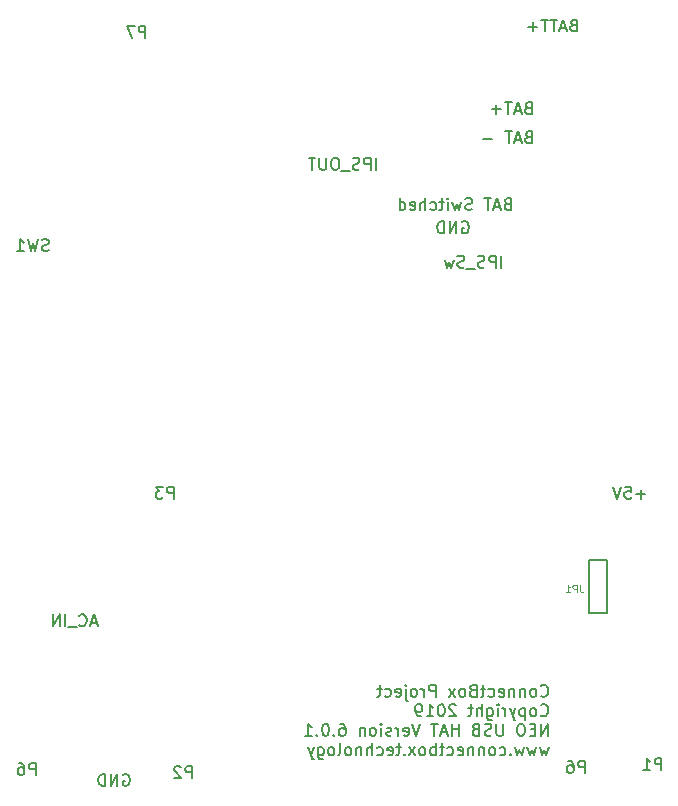
<source format=gbr>
G04 #@! TF.GenerationSoftware,KiCad,Pcbnew,(6.0.0-rc1-dev-1413-ga48e89956)*
G04 #@! TF.CreationDate,2019-10-25T11:37:15-06:00
G04 #@! TF.ProjectId,HAT_ver_6.0,4841545f-7665-4725-9f36-2e302e6b6963,5.1.1*
G04 #@! TF.SameCoordinates,Original*
G04 #@! TF.FileFunction,Legend,Bot*
G04 #@! TF.FilePolarity,Positive*
%FSLAX46Y46*%
G04 Gerber Fmt 4.6, Leading zero omitted, Abs format (unit mm)*
G04 Created by KiCad (PCBNEW (6.0.0-rc1-dev-1413-ga48e89956)) date Friday, October 25, 2019 at 11:37:15 AM*
%MOMM*%
%LPD*%
G04 APERTURE LIST*
%ADD10C,0.150000*%
%ADD11C,0.100000*%
G04 APERTURE END LIST*
D10*
X132132295Y-129763780D02*
X132132295Y-128763780D01*
X131751342Y-128763780D01*
X131656104Y-128811400D01*
X131608485Y-128859019D01*
X131560866Y-128954257D01*
X131560866Y-129097114D01*
X131608485Y-129192352D01*
X131656104Y-129239971D01*
X131751342Y-129287590D01*
X132132295Y-129287590D01*
X130703723Y-128763780D02*
X130894200Y-128763780D01*
X130989438Y-128811400D01*
X131037057Y-128859019D01*
X131132295Y-129001876D01*
X131179914Y-129192352D01*
X131179914Y-129573304D01*
X131132295Y-129668542D01*
X131084676Y-129716161D01*
X130989438Y-129763780D01*
X130798961Y-129763780D01*
X130703723Y-129716161D01*
X130656104Y-129668542D01*
X130608485Y-129573304D01*
X130608485Y-129335209D01*
X130656104Y-129239971D01*
X130703723Y-129192352D01*
X130798961Y-129144733D01*
X130989438Y-129144733D01*
X131084676Y-129192352D01*
X131132295Y-129239971D01*
X131179914Y-129335209D01*
X171571942Y-86812380D02*
X171571942Y-85812380D01*
X171095752Y-86812380D02*
X171095752Y-85812380D01*
X170714800Y-85812380D01*
X170619561Y-85860000D01*
X170571942Y-85907619D01*
X170524323Y-86002857D01*
X170524323Y-86145714D01*
X170571942Y-86240952D01*
X170619561Y-86288571D01*
X170714800Y-86336190D01*
X171095752Y-86336190D01*
X170143371Y-86764761D02*
X170000514Y-86812380D01*
X169762419Y-86812380D01*
X169667180Y-86764761D01*
X169619561Y-86717142D01*
X169571942Y-86621904D01*
X169571942Y-86526666D01*
X169619561Y-86431428D01*
X169667180Y-86383809D01*
X169762419Y-86336190D01*
X169952895Y-86288571D01*
X170048133Y-86240952D01*
X170095752Y-86193333D01*
X170143371Y-86098095D01*
X170143371Y-86002857D01*
X170095752Y-85907619D01*
X170048133Y-85860000D01*
X169952895Y-85812380D01*
X169714800Y-85812380D01*
X169571942Y-85860000D01*
X169381466Y-86907619D02*
X168619561Y-86907619D01*
X168429085Y-86764761D02*
X168286228Y-86812380D01*
X168048133Y-86812380D01*
X167952895Y-86764761D01*
X167905276Y-86717142D01*
X167857657Y-86621904D01*
X167857657Y-86526666D01*
X167905276Y-86431428D01*
X167952895Y-86383809D01*
X168048133Y-86336190D01*
X168238609Y-86288571D01*
X168333847Y-86240952D01*
X168381466Y-86193333D01*
X168429085Y-86098095D01*
X168429085Y-86002857D01*
X168381466Y-85907619D01*
X168333847Y-85860000D01*
X168238609Y-85812380D01*
X168000514Y-85812380D01*
X167857657Y-85860000D01*
X167524323Y-86145714D02*
X167333847Y-86812380D01*
X167143371Y-86336190D01*
X166952895Y-86812380D01*
X166762419Y-86145714D01*
X133235533Y-85367761D02*
X133092676Y-85415380D01*
X132854580Y-85415380D01*
X132759342Y-85367761D01*
X132711723Y-85320142D01*
X132664104Y-85224904D01*
X132664104Y-85129666D01*
X132711723Y-85034428D01*
X132759342Y-84986809D01*
X132854580Y-84939190D01*
X133045057Y-84891571D01*
X133140295Y-84843952D01*
X133187914Y-84796333D01*
X133235533Y-84701095D01*
X133235533Y-84605857D01*
X133187914Y-84510619D01*
X133140295Y-84463000D01*
X133045057Y-84415380D01*
X132806961Y-84415380D01*
X132664104Y-84463000D01*
X132330771Y-84415380D02*
X132092676Y-85415380D01*
X131902200Y-84701095D01*
X131711723Y-85415380D01*
X131473628Y-84415380D01*
X130568866Y-85415380D02*
X131140295Y-85415380D01*
X130854580Y-85415380D02*
X130854580Y-84415380D01*
X130949819Y-84558238D01*
X131045057Y-84653476D01*
X131140295Y-84701095D01*
X141428695Y-67355980D02*
X141428695Y-66355980D01*
X141047742Y-66355980D01*
X140952504Y-66403600D01*
X140904885Y-66451219D01*
X140857266Y-66546457D01*
X140857266Y-66689314D01*
X140904885Y-66784552D01*
X140952504Y-66832171D01*
X141047742Y-66879790D01*
X141428695Y-66879790D01*
X140523933Y-66355980D02*
X139857266Y-66355980D01*
X140285838Y-67355980D01*
X143816295Y-106370380D02*
X143816295Y-105370380D01*
X143435342Y-105370380D01*
X143340104Y-105418000D01*
X143292485Y-105465619D01*
X143244866Y-105560857D01*
X143244866Y-105703714D01*
X143292485Y-105798952D01*
X143340104Y-105846571D01*
X143435342Y-105894190D01*
X143816295Y-105894190D01*
X142911533Y-105370380D02*
X142292485Y-105370380D01*
X142625819Y-105751333D01*
X142482961Y-105751333D01*
X142387723Y-105798952D01*
X142340104Y-105846571D01*
X142292485Y-105941809D01*
X142292485Y-106179904D01*
X142340104Y-106275142D01*
X142387723Y-106322761D01*
X142482961Y-106370380D01*
X142768676Y-106370380D01*
X142863914Y-106322761D01*
X142911533Y-106275142D01*
X145391095Y-130043180D02*
X145391095Y-129043180D01*
X145010142Y-129043180D01*
X144914904Y-129090800D01*
X144867285Y-129138419D01*
X144819666Y-129233657D01*
X144819666Y-129376514D01*
X144867285Y-129471752D01*
X144914904Y-129519371D01*
X145010142Y-129566990D01*
X145391095Y-129566990D01*
X144438714Y-129138419D02*
X144391095Y-129090800D01*
X144295857Y-129043180D01*
X144057761Y-129043180D01*
X143962523Y-129090800D01*
X143914904Y-129138419D01*
X143867285Y-129233657D01*
X143867285Y-129328895D01*
X143914904Y-129471752D01*
X144486333Y-130043180D01*
X143867285Y-130043180D01*
X178639695Y-129585980D02*
X178639695Y-128585980D01*
X178258742Y-128585980D01*
X178163504Y-128633600D01*
X178115885Y-128681219D01*
X178068266Y-128776457D01*
X178068266Y-128919314D01*
X178115885Y-129014552D01*
X178163504Y-129062171D01*
X178258742Y-129109790D01*
X178639695Y-129109790D01*
X177211123Y-128585980D02*
X177401600Y-128585980D01*
X177496838Y-128633600D01*
X177544457Y-128681219D01*
X177639695Y-128824076D01*
X177687314Y-129014552D01*
X177687314Y-129395504D01*
X177639695Y-129490742D01*
X177592076Y-129538361D01*
X177496838Y-129585980D01*
X177306361Y-129585980D01*
X177211123Y-129538361D01*
X177163504Y-129490742D01*
X177115885Y-129395504D01*
X177115885Y-129157409D01*
X177163504Y-129062171D01*
X177211123Y-129014552D01*
X177306361Y-128966933D01*
X177496838Y-128966933D01*
X177592076Y-129014552D01*
X177639695Y-129062171D01*
X177687314Y-129157409D01*
X185116695Y-129357380D02*
X185116695Y-128357380D01*
X184735742Y-128357380D01*
X184640504Y-128405000D01*
X184592885Y-128452619D01*
X184545266Y-128547857D01*
X184545266Y-128690714D01*
X184592885Y-128785952D01*
X184640504Y-128833571D01*
X184735742Y-128881190D01*
X185116695Y-128881190D01*
X183592885Y-129357380D02*
X184164314Y-129357380D01*
X183878600Y-129357380D02*
X183878600Y-128357380D01*
X183973838Y-128500238D01*
X184069076Y-128595476D01*
X184164314Y-128643095D01*
X177658495Y-66298771D02*
X177515638Y-66346390D01*
X177468019Y-66394009D01*
X177420400Y-66489247D01*
X177420400Y-66632104D01*
X177468019Y-66727342D01*
X177515638Y-66774961D01*
X177610876Y-66822580D01*
X177991828Y-66822580D01*
X177991828Y-65822580D01*
X177658495Y-65822580D01*
X177563257Y-65870200D01*
X177515638Y-65917819D01*
X177468019Y-66013057D01*
X177468019Y-66108295D01*
X177515638Y-66203533D01*
X177563257Y-66251152D01*
X177658495Y-66298771D01*
X177991828Y-66298771D01*
X177039447Y-66536866D02*
X176563257Y-66536866D01*
X177134685Y-66822580D02*
X176801352Y-65822580D01*
X176468019Y-66822580D01*
X176277542Y-65822580D02*
X175706114Y-65822580D01*
X175991828Y-66822580D02*
X175991828Y-65822580D01*
X175515638Y-65822580D02*
X174944209Y-65822580D01*
X175229923Y-66822580D02*
X175229923Y-65822580D01*
X174610876Y-66441628D02*
X173848971Y-66441628D01*
X174229923Y-66822580D02*
X174229923Y-66060676D01*
X160976914Y-78531980D02*
X160976914Y-77531980D01*
X160500723Y-78531980D02*
X160500723Y-77531980D01*
X160119771Y-77531980D01*
X160024533Y-77579600D01*
X159976914Y-77627219D01*
X159929295Y-77722457D01*
X159929295Y-77865314D01*
X159976914Y-77960552D01*
X160024533Y-78008171D01*
X160119771Y-78055790D01*
X160500723Y-78055790D01*
X159548342Y-78484361D02*
X159405485Y-78531980D01*
X159167390Y-78531980D01*
X159072152Y-78484361D01*
X159024533Y-78436742D01*
X158976914Y-78341504D01*
X158976914Y-78246266D01*
X159024533Y-78151028D01*
X159072152Y-78103409D01*
X159167390Y-78055790D01*
X159357866Y-78008171D01*
X159453104Y-77960552D01*
X159500723Y-77912933D01*
X159548342Y-77817695D01*
X159548342Y-77722457D01*
X159500723Y-77627219D01*
X159453104Y-77579600D01*
X159357866Y-77531980D01*
X159119771Y-77531980D01*
X158976914Y-77579600D01*
X158786438Y-78627219D02*
X158024533Y-78627219D01*
X157595961Y-77531980D02*
X157405485Y-77531980D01*
X157310247Y-77579600D01*
X157215009Y-77674838D01*
X157167390Y-77865314D01*
X157167390Y-78198647D01*
X157215009Y-78389123D01*
X157310247Y-78484361D01*
X157405485Y-78531980D01*
X157595961Y-78531980D01*
X157691200Y-78484361D01*
X157786438Y-78389123D01*
X157834057Y-78198647D01*
X157834057Y-77865314D01*
X157786438Y-77674838D01*
X157691200Y-77579600D01*
X157595961Y-77531980D01*
X156738819Y-77531980D02*
X156738819Y-78341504D01*
X156691200Y-78436742D01*
X156643580Y-78484361D01*
X156548342Y-78531980D01*
X156357866Y-78531980D01*
X156262628Y-78484361D01*
X156215009Y-78436742D01*
X156167390Y-78341504D01*
X156167390Y-77531980D01*
X155834057Y-77531980D02*
X155262628Y-77531980D01*
X155548342Y-78531980D02*
X155548342Y-77531980D01*
X183759314Y-105989428D02*
X182997409Y-105989428D01*
X183378361Y-106370380D02*
X183378361Y-105608476D01*
X182045028Y-105370380D02*
X182521219Y-105370380D01*
X182568838Y-105846571D01*
X182521219Y-105798952D01*
X182425980Y-105751333D01*
X182187885Y-105751333D01*
X182092647Y-105798952D01*
X182045028Y-105846571D01*
X181997409Y-105941809D01*
X181997409Y-106179904D01*
X182045028Y-106275142D01*
X182092647Y-106322761D01*
X182187885Y-106370380D01*
X182425980Y-106370380D01*
X182521219Y-106322761D01*
X182568838Y-106275142D01*
X181711695Y-105370380D02*
X181378361Y-106370380D01*
X181045028Y-105370380D01*
X139547504Y-129751200D02*
X139642742Y-129703580D01*
X139785600Y-129703580D01*
X139928457Y-129751200D01*
X140023695Y-129846438D01*
X140071314Y-129941676D01*
X140118933Y-130132152D01*
X140118933Y-130275009D01*
X140071314Y-130465485D01*
X140023695Y-130560723D01*
X139928457Y-130655961D01*
X139785600Y-130703580D01*
X139690361Y-130703580D01*
X139547504Y-130655961D01*
X139499885Y-130608342D01*
X139499885Y-130275009D01*
X139690361Y-130275009D01*
X139071314Y-130703580D02*
X139071314Y-129703580D01*
X138499885Y-130703580D01*
X138499885Y-129703580D01*
X138023695Y-130703580D02*
X138023695Y-129703580D01*
X137785600Y-129703580D01*
X137642742Y-129751200D01*
X137547504Y-129846438D01*
X137499885Y-129941676D01*
X137452266Y-130132152D01*
X137452266Y-130275009D01*
X137499885Y-130465485D01*
X137547504Y-130560723D01*
X137642742Y-130655961D01*
X137785600Y-130703580D01*
X138023695Y-130703580D01*
X172095561Y-81411771D02*
X171952704Y-81459390D01*
X171905085Y-81507009D01*
X171857466Y-81602247D01*
X171857466Y-81745104D01*
X171905085Y-81840342D01*
X171952704Y-81887961D01*
X172047942Y-81935580D01*
X172428895Y-81935580D01*
X172428895Y-80935580D01*
X172095561Y-80935580D01*
X172000323Y-80983200D01*
X171952704Y-81030819D01*
X171905085Y-81126057D01*
X171905085Y-81221295D01*
X171952704Y-81316533D01*
X172000323Y-81364152D01*
X172095561Y-81411771D01*
X172428895Y-81411771D01*
X171476514Y-81649866D02*
X171000323Y-81649866D01*
X171571752Y-81935580D02*
X171238419Y-80935580D01*
X170905085Y-81935580D01*
X170714609Y-80935580D02*
X170143180Y-80935580D01*
X170428895Y-81935580D02*
X170428895Y-80935580D01*
X169095561Y-81887961D02*
X168952704Y-81935580D01*
X168714609Y-81935580D01*
X168619371Y-81887961D01*
X168571752Y-81840342D01*
X168524133Y-81745104D01*
X168524133Y-81649866D01*
X168571752Y-81554628D01*
X168619371Y-81507009D01*
X168714609Y-81459390D01*
X168905085Y-81411771D01*
X169000323Y-81364152D01*
X169047942Y-81316533D01*
X169095561Y-81221295D01*
X169095561Y-81126057D01*
X169047942Y-81030819D01*
X169000323Y-80983200D01*
X168905085Y-80935580D01*
X168666990Y-80935580D01*
X168524133Y-80983200D01*
X168190800Y-81268914D02*
X168000323Y-81935580D01*
X167809847Y-81459390D01*
X167619371Y-81935580D01*
X167428895Y-81268914D01*
X167047942Y-81935580D02*
X167047942Y-81268914D01*
X167047942Y-80935580D02*
X167095561Y-80983200D01*
X167047942Y-81030819D01*
X167000323Y-80983200D01*
X167047942Y-80935580D01*
X167047942Y-81030819D01*
X166714609Y-81268914D02*
X166333657Y-81268914D01*
X166571752Y-80935580D02*
X166571752Y-81792723D01*
X166524133Y-81887961D01*
X166428895Y-81935580D01*
X166333657Y-81935580D01*
X165571752Y-81887961D02*
X165666990Y-81935580D01*
X165857466Y-81935580D01*
X165952704Y-81887961D01*
X166000323Y-81840342D01*
X166047942Y-81745104D01*
X166047942Y-81459390D01*
X166000323Y-81364152D01*
X165952704Y-81316533D01*
X165857466Y-81268914D01*
X165666990Y-81268914D01*
X165571752Y-81316533D01*
X165143180Y-81935580D02*
X165143180Y-80935580D01*
X164714609Y-81935580D02*
X164714609Y-81411771D01*
X164762228Y-81316533D01*
X164857466Y-81268914D01*
X165000323Y-81268914D01*
X165095561Y-81316533D01*
X165143180Y-81364152D01*
X163857466Y-81887961D02*
X163952704Y-81935580D01*
X164143180Y-81935580D01*
X164238419Y-81887961D01*
X164286038Y-81792723D01*
X164286038Y-81411771D01*
X164238419Y-81316533D01*
X164143180Y-81268914D01*
X163952704Y-81268914D01*
X163857466Y-81316533D01*
X163809847Y-81411771D01*
X163809847Y-81507009D01*
X164286038Y-81602247D01*
X162952704Y-81935580D02*
X162952704Y-80935580D01*
X162952704Y-81887961D02*
X163047942Y-81935580D01*
X163238419Y-81935580D01*
X163333657Y-81887961D01*
X163381276Y-81840342D01*
X163428895Y-81745104D01*
X163428895Y-81459390D01*
X163381276Y-81364152D01*
X163333657Y-81316533D01*
X163238419Y-81268914D01*
X163047942Y-81268914D01*
X162952704Y-81316533D01*
X137313752Y-116905066D02*
X136837561Y-116905066D01*
X137408990Y-117190780D02*
X137075657Y-116190780D01*
X136742323Y-117190780D01*
X135837561Y-117095542D02*
X135885180Y-117143161D01*
X136028038Y-117190780D01*
X136123276Y-117190780D01*
X136266133Y-117143161D01*
X136361371Y-117047923D01*
X136408990Y-116952685D01*
X136456609Y-116762209D01*
X136456609Y-116619352D01*
X136408990Y-116428876D01*
X136361371Y-116333638D01*
X136266133Y-116238400D01*
X136123276Y-116190780D01*
X136028038Y-116190780D01*
X135885180Y-116238400D01*
X135837561Y-116286019D01*
X135647085Y-117286019D02*
X134885180Y-117286019D01*
X134647085Y-117190780D02*
X134647085Y-116190780D01*
X134170895Y-117190780D02*
X134170895Y-116190780D01*
X133599466Y-117190780D01*
X133599466Y-116190780D01*
X168249504Y-82964400D02*
X168344742Y-82916780D01*
X168487600Y-82916780D01*
X168630457Y-82964400D01*
X168725695Y-83059638D01*
X168773314Y-83154876D01*
X168820933Y-83345352D01*
X168820933Y-83488209D01*
X168773314Y-83678685D01*
X168725695Y-83773923D01*
X168630457Y-83869161D01*
X168487600Y-83916780D01*
X168392361Y-83916780D01*
X168249504Y-83869161D01*
X168201885Y-83821542D01*
X168201885Y-83488209D01*
X168392361Y-83488209D01*
X167773314Y-83916780D02*
X167773314Y-82916780D01*
X167201885Y-83916780D01*
X167201885Y-82916780D01*
X166725695Y-83916780D02*
X166725695Y-82916780D01*
X166487600Y-82916780D01*
X166344742Y-82964400D01*
X166249504Y-83059638D01*
X166201885Y-83154876D01*
X166154266Y-83345352D01*
X166154266Y-83488209D01*
X166201885Y-83678685D01*
X166249504Y-83773923D01*
X166344742Y-83869161D01*
X166487600Y-83916780D01*
X166725695Y-83916780D01*
X173823142Y-73283771D02*
X173680285Y-73331390D01*
X173632666Y-73379009D01*
X173585047Y-73474247D01*
X173585047Y-73617104D01*
X173632666Y-73712342D01*
X173680285Y-73759961D01*
X173775523Y-73807580D01*
X174156476Y-73807580D01*
X174156476Y-72807580D01*
X173823142Y-72807580D01*
X173727904Y-72855200D01*
X173680285Y-72902819D01*
X173632666Y-72998057D01*
X173632666Y-73093295D01*
X173680285Y-73188533D01*
X173727904Y-73236152D01*
X173823142Y-73283771D01*
X174156476Y-73283771D01*
X173204095Y-73521866D02*
X172727904Y-73521866D01*
X173299333Y-73807580D02*
X172966000Y-72807580D01*
X172632666Y-73807580D01*
X172442190Y-72807580D02*
X171870761Y-72807580D01*
X172156476Y-73807580D02*
X172156476Y-72807580D01*
X171537428Y-73426628D02*
X170775523Y-73426628D01*
X171156476Y-73807580D02*
X171156476Y-73045676D01*
X173848495Y-75772971D02*
X173705638Y-75820590D01*
X173658019Y-75868209D01*
X173610400Y-75963447D01*
X173610400Y-76106304D01*
X173658019Y-76201542D01*
X173705638Y-76249161D01*
X173800876Y-76296780D01*
X174181828Y-76296780D01*
X174181828Y-75296780D01*
X173848495Y-75296780D01*
X173753257Y-75344400D01*
X173705638Y-75392019D01*
X173658019Y-75487257D01*
X173658019Y-75582495D01*
X173705638Y-75677733D01*
X173753257Y-75725352D01*
X173848495Y-75772971D01*
X174181828Y-75772971D01*
X173229447Y-76011066D02*
X172753257Y-76011066D01*
X173324685Y-76296780D02*
X172991352Y-75296780D01*
X172658019Y-76296780D01*
X172467542Y-75296780D02*
X171896114Y-75296780D01*
X172181828Y-76296780D02*
X172181828Y-75296780D01*
X170800876Y-75915828D02*
X170038971Y-75915828D01*
X174911776Y-123053342D02*
X174959395Y-123100961D01*
X175102252Y-123148580D01*
X175197490Y-123148580D01*
X175340347Y-123100961D01*
X175435585Y-123005723D01*
X175483204Y-122910485D01*
X175530823Y-122720009D01*
X175530823Y-122577152D01*
X175483204Y-122386676D01*
X175435585Y-122291438D01*
X175340347Y-122196200D01*
X175197490Y-122148580D01*
X175102252Y-122148580D01*
X174959395Y-122196200D01*
X174911776Y-122243819D01*
X174340347Y-123148580D02*
X174435585Y-123100961D01*
X174483204Y-123053342D01*
X174530823Y-122958104D01*
X174530823Y-122672390D01*
X174483204Y-122577152D01*
X174435585Y-122529533D01*
X174340347Y-122481914D01*
X174197490Y-122481914D01*
X174102252Y-122529533D01*
X174054633Y-122577152D01*
X174007014Y-122672390D01*
X174007014Y-122958104D01*
X174054633Y-123053342D01*
X174102252Y-123100961D01*
X174197490Y-123148580D01*
X174340347Y-123148580D01*
X173578442Y-122481914D02*
X173578442Y-123148580D01*
X173578442Y-122577152D02*
X173530823Y-122529533D01*
X173435585Y-122481914D01*
X173292728Y-122481914D01*
X173197490Y-122529533D01*
X173149871Y-122624771D01*
X173149871Y-123148580D01*
X172673680Y-122481914D02*
X172673680Y-123148580D01*
X172673680Y-122577152D02*
X172626061Y-122529533D01*
X172530823Y-122481914D01*
X172387966Y-122481914D01*
X172292728Y-122529533D01*
X172245109Y-122624771D01*
X172245109Y-123148580D01*
X171387966Y-123100961D02*
X171483204Y-123148580D01*
X171673680Y-123148580D01*
X171768919Y-123100961D01*
X171816538Y-123005723D01*
X171816538Y-122624771D01*
X171768919Y-122529533D01*
X171673680Y-122481914D01*
X171483204Y-122481914D01*
X171387966Y-122529533D01*
X171340347Y-122624771D01*
X171340347Y-122720009D01*
X171816538Y-122815247D01*
X170483204Y-123100961D02*
X170578442Y-123148580D01*
X170768919Y-123148580D01*
X170864157Y-123100961D01*
X170911776Y-123053342D01*
X170959395Y-122958104D01*
X170959395Y-122672390D01*
X170911776Y-122577152D01*
X170864157Y-122529533D01*
X170768919Y-122481914D01*
X170578442Y-122481914D01*
X170483204Y-122529533D01*
X170197490Y-122481914D02*
X169816538Y-122481914D01*
X170054633Y-122148580D02*
X170054633Y-123005723D01*
X170007014Y-123100961D01*
X169911776Y-123148580D01*
X169816538Y-123148580D01*
X169149871Y-122624771D02*
X169007014Y-122672390D01*
X168959395Y-122720009D01*
X168911776Y-122815247D01*
X168911776Y-122958104D01*
X168959395Y-123053342D01*
X169007014Y-123100961D01*
X169102252Y-123148580D01*
X169483204Y-123148580D01*
X169483204Y-122148580D01*
X169149871Y-122148580D01*
X169054633Y-122196200D01*
X169007014Y-122243819D01*
X168959395Y-122339057D01*
X168959395Y-122434295D01*
X169007014Y-122529533D01*
X169054633Y-122577152D01*
X169149871Y-122624771D01*
X169483204Y-122624771D01*
X168340347Y-123148580D02*
X168435585Y-123100961D01*
X168483204Y-123053342D01*
X168530823Y-122958104D01*
X168530823Y-122672390D01*
X168483204Y-122577152D01*
X168435585Y-122529533D01*
X168340347Y-122481914D01*
X168197490Y-122481914D01*
X168102252Y-122529533D01*
X168054633Y-122577152D01*
X168007014Y-122672390D01*
X168007014Y-122958104D01*
X168054633Y-123053342D01*
X168102252Y-123100961D01*
X168197490Y-123148580D01*
X168340347Y-123148580D01*
X167673680Y-123148580D02*
X167149871Y-122481914D01*
X167673680Y-122481914D02*
X167149871Y-123148580D01*
X166007014Y-123148580D02*
X166007014Y-122148580D01*
X165626061Y-122148580D01*
X165530823Y-122196200D01*
X165483204Y-122243819D01*
X165435585Y-122339057D01*
X165435585Y-122481914D01*
X165483204Y-122577152D01*
X165530823Y-122624771D01*
X165626061Y-122672390D01*
X166007014Y-122672390D01*
X165007014Y-123148580D02*
X165007014Y-122481914D01*
X165007014Y-122672390D02*
X164959395Y-122577152D01*
X164911776Y-122529533D01*
X164816538Y-122481914D01*
X164721300Y-122481914D01*
X164245109Y-123148580D02*
X164340347Y-123100961D01*
X164387966Y-123053342D01*
X164435585Y-122958104D01*
X164435585Y-122672390D01*
X164387966Y-122577152D01*
X164340347Y-122529533D01*
X164245109Y-122481914D01*
X164102252Y-122481914D01*
X164007014Y-122529533D01*
X163959395Y-122577152D01*
X163911776Y-122672390D01*
X163911776Y-122958104D01*
X163959395Y-123053342D01*
X164007014Y-123100961D01*
X164102252Y-123148580D01*
X164245109Y-123148580D01*
X163483204Y-122481914D02*
X163483204Y-123339057D01*
X163530823Y-123434295D01*
X163626061Y-123481914D01*
X163673680Y-123481914D01*
X163483204Y-122148580D02*
X163530823Y-122196200D01*
X163483204Y-122243819D01*
X163435585Y-122196200D01*
X163483204Y-122148580D01*
X163483204Y-122243819D01*
X162626061Y-123100961D02*
X162721300Y-123148580D01*
X162911776Y-123148580D01*
X163007014Y-123100961D01*
X163054633Y-123005723D01*
X163054633Y-122624771D01*
X163007014Y-122529533D01*
X162911776Y-122481914D01*
X162721300Y-122481914D01*
X162626061Y-122529533D01*
X162578442Y-122624771D01*
X162578442Y-122720009D01*
X163054633Y-122815247D01*
X161721300Y-123100961D02*
X161816538Y-123148580D01*
X162007014Y-123148580D01*
X162102252Y-123100961D01*
X162149871Y-123053342D01*
X162197490Y-122958104D01*
X162197490Y-122672390D01*
X162149871Y-122577152D01*
X162102252Y-122529533D01*
X162007014Y-122481914D01*
X161816538Y-122481914D01*
X161721300Y-122529533D01*
X161435585Y-122481914D02*
X161054633Y-122481914D01*
X161292728Y-122148580D02*
X161292728Y-123005723D01*
X161245109Y-123100961D01*
X161149871Y-123148580D01*
X161054633Y-123148580D01*
X174911776Y-124703342D02*
X174959395Y-124750961D01*
X175102252Y-124798580D01*
X175197490Y-124798580D01*
X175340347Y-124750961D01*
X175435585Y-124655723D01*
X175483204Y-124560485D01*
X175530823Y-124370009D01*
X175530823Y-124227152D01*
X175483204Y-124036676D01*
X175435585Y-123941438D01*
X175340347Y-123846200D01*
X175197490Y-123798580D01*
X175102252Y-123798580D01*
X174959395Y-123846200D01*
X174911776Y-123893819D01*
X174340347Y-124798580D02*
X174435585Y-124750961D01*
X174483204Y-124703342D01*
X174530823Y-124608104D01*
X174530823Y-124322390D01*
X174483204Y-124227152D01*
X174435585Y-124179533D01*
X174340347Y-124131914D01*
X174197490Y-124131914D01*
X174102252Y-124179533D01*
X174054633Y-124227152D01*
X174007014Y-124322390D01*
X174007014Y-124608104D01*
X174054633Y-124703342D01*
X174102252Y-124750961D01*
X174197490Y-124798580D01*
X174340347Y-124798580D01*
X173578442Y-124131914D02*
X173578442Y-125131914D01*
X173578442Y-124179533D02*
X173483204Y-124131914D01*
X173292728Y-124131914D01*
X173197490Y-124179533D01*
X173149871Y-124227152D01*
X173102252Y-124322390D01*
X173102252Y-124608104D01*
X173149871Y-124703342D01*
X173197490Y-124750961D01*
X173292728Y-124798580D01*
X173483204Y-124798580D01*
X173578442Y-124750961D01*
X172768919Y-124131914D02*
X172530823Y-124798580D01*
X172292728Y-124131914D02*
X172530823Y-124798580D01*
X172626061Y-125036676D01*
X172673680Y-125084295D01*
X172768919Y-125131914D01*
X171911776Y-124798580D02*
X171911776Y-124131914D01*
X171911776Y-124322390D02*
X171864157Y-124227152D01*
X171816538Y-124179533D01*
X171721300Y-124131914D01*
X171626061Y-124131914D01*
X171292728Y-124798580D02*
X171292728Y-124131914D01*
X171292728Y-123798580D02*
X171340347Y-123846200D01*
X171292728Y-123893819D01*
X171245109Y-123846200D01*
X171292728Y-123798580D01*
X171292728Y-123893819D01*
X170387966Y-124131914D02*
X170387966Y-124941438D01*
X170435585Y-125036676D01*
X170483204Y-125084295D01*
X170578442Y-125131914D01*
X170721300Y-125131914D01*
X170816538Y-125084295D01*
X170387966Y-124750961D02*
X170483204Y-124798580D01*
X170673680Y-124798580D01*
X170768919Y-124750961D01*
X170816538Y-124703342D01*
X170864157Y-124608104D01*
X170864157Y-124322390D01*
X170816538Y-124227152D01*
X170768919Y-124179533D01*
X170673680Y-124131914D01*
X170483204Y-124131914D01*
X170387966Y-124179533D01*
X169911776Y-124798580D02*
X169911776Y-123798580D01*
X169483204Y-124798580D02*
X169483204Y-124274771D01*
X169530823Y-124179533D01*
X169626061Y-124131914D01*
X169768919Y-124131914D01*
X169864157Y-124179533D01*
X169911776Y-124227152D01*
X169149871Y-124131914D02*
X168768919Y-124131914D01*
X169007014Y-123798580D02*
X169007014Y-124655723D01*
X168959395Y-124750961D01*
X168864157Y-124798580D01*
X168768919Y-124798580D01*
X167721300Y-123893819D02*
X167673680Y-123846200D01*
X167578442Y-123798580D01*
X167340347Y-123798580D01*
X167245109Y-123846200D01*
X167197490Y-123893819D01*
X167149871Y-123989057D01*
X167149871Y-124084295D01*
X167197490Y-124227152D01*
X167768919Y-124798580D01*
X167149871Y-124798580D01*
X166530823Y-123798580D02*
X166435585Y-123798580D01*
X166340347Y-123846200D01*
X166292728Y-123893819D01*
X166245109Y-123989057D01*
X166197490Y-124179533D01*
X166197490Y-124417628D01*
X166245109Y-124608104D01*
X166292728Y-124703342D01*
X166340347Y-124750961D01*
X166435585Y-124798580D01*
X166530823Y-124798580D01*
X166626061Y-124750961D01*
X166673680Y-124703342D01*
X166721300Y-124608104D01*
X166768919Y-124417628D01*
X166768919Y-124179533D01*
X166721300Y-123989057D01*
X166673680Y-123893819D01*
X166626061Y-123846200D01*
X166530823Y-123798580D01*
X165245109Y-124798580D02*
X165816538Y-124798580D01*
X165530823Y-124798580D02*
X165530823Y-123798580D01*
X165626061Y-123941438D01*
X165721300Y-124036676D01*
X165816538Y-124084295D01*
X164768919Y-124798580D02*
X164578442Y-124798580D01*
X164483204Y-124750961D01*
X164435585Y-124703342D01*
X164340347Y-124560485D01*
X164292728Y-124370009D01*
X164292728Y-123989057D01*
X164340347Y-123893819D01*
X164387966Y-123846200D01*
X164483204Y-123798580D01*
X164673680Y-123798580D01*
X164768919Y-123846200D01*
X164816538Y-123893819D01*
X164864157Y-123989057D01*
X164864157Y-124227152D01*
X164816538Y-124322390D01*
X164768919Y-124370009D01*
X164673680Y-124417628D01*
X164483204Y-124417628D01*
X164387966Y-124370009D01*
X164340347Y-124322390D01*
X164292728Y-124227152D01*
X175483204Y-126448580D02*
X175483204Y-125448580D01*
X174911776Y-126448580D01*
X174911776Y-125448580D01*
X174435585Y-125924771D02*
X174102252Y-125924771D01*
X173959395Y-126448580D02*
X174435585Y-126448580D01*
X174435585Y-125448580D01*
X173959395Y-125448580D01*
X173340347Y-125448580D02*
X173149871Y-125448580D01*
X173054633Y-125496200D01*
X172959395Y-125591438D01*
X172911776Y-125781914D01*
X172911776Y-126115247D01*
X172959395Y-126305723D01*
X173054633Y-126400961D01*
X173149871Y-126448580D01*
X173340347Y-126448580D01*
X173435585Y-126400961D01*
X173530823Y-126305723D01*
X173578442Y-126115247D01*
X173578442Y-125781914D01*
X173530823Y-125591438D01*
X173435585Y-125496200D01*
X173340347Y-125448580D01*
X171721300Y-125448580D02*
X171721300Y-126258104D01*
X171673680Y-126353342D01*
X171626061Y-126400961D01*
X171530823Y-126448580D01*
X171340347Y-126448580D01*
X171245109Y-126400961D01*
X171197490Y-126353342D01*
X171149871Y-126258104D01*
X171149871Y-125448580D01*
X170721300Y-126400961D02*
X170578442Y-126448580D01*
X170340347Y-126448580D01*
X170245109Y-126400961D01*
X170197490Y-126353342D01*
X170149871Y-126258104D01*
X170149871Y-126162866D01*
X170197490Y-126067628D01*
X170245109Y-126020009D01*
X170340347Y-125972390D01*
X170530823Y-125924771D01*
X170626061Y-125877152D01*
X170673680Y-125829533D01*
X170721300Y-125734295D01*
X170721300Y-125639057D01*
X170673680Y-125543819D01*
X170626061Y-125496200D01*
X170530823Y-125448580D01*
X170292728Y-125448580D01*
X170149871Y-125496200D01*
X169387966Y-125924771D02*
X169245109Y-125972390D01*
X169197490Y-126020009D01*
X169149871Y-126115247D01*
X169149871Y-126258104D01*
X169197490Y-126353342D01*
X169245109Y-126400961D01*
X169340347Y-126448580D01*
X169721300Y-126448580D01*
X169721300Y-125448580D01*
X169387966Y-125448580D01*
X169292728Y-125496200D01*
X169245109Y-125543819D01*
X169197490Y-125639057D01*
X169197490Y-125734295D01*
X169245109Y-125829533D01*
X169292728Y-125877152D01*
X169387966Y-125924771D01*
X169721300Y-125924771D01*
X167959395Y-126448580D02*
X167959395Y-125448580D01*
X167959395Y-125924771D02*
X167387966Y-125924771D01*
X167387966Y-126448580D02*
X167387966Y-125448580D01*
X166959395Y-126162866D02*
X166483204Y-126162866D01*
X167054633Y-126448580D02*
X166721300Y-125448580D01*
X166387966Y-126448580D01*
X166197490Y-125448580D02*
X165626061Y-125448580D01*
X165911776Y-126448580D02*
X165911776Y-125448580D01*
X164673680Y-125448580D02*
X164340347Y-126448580D01*
X164007014Y-125448580D01*
X163292728Y-126400961D02*
X163387966Y-126448580D01*
X163578442Y-126448580D01*
X163673680Y-126400961D01*
X163721300Y-126305723D01*
X163721300Y-125924771D01*
X163673680Y-125829533D01*
X163578442Y-125781914D01*
X163387966Y-125781914D01*
X163292728Y-125829533D01*
X163245109Y-125924771D01*
X163245109Y-126020009D01*
X163721300Y-126115247D01*
X162816538Y-126448580D02*
X162816538Y-125781914D01*
X162816538Y-125972390D02*
X162768919Y-125877152D01*
X162721300Y-125829533D01*
X162626061Y-125781914D01*
X162530823Y-125781914D01*
X162245109Y-126400961D02*
X162149871Y-126448580D01*
X161959395Y-126448580D01*
X161864157Y-126400961D01*
X161816538Y-126305723D01*
X161816538Y-126258104D01*
X161864157Y-126162866D01*
X161959395Y-126115247D01*
X162102252Y-126115247D01*
X162197490Y-126067628D01*
X162245109Y-125972390D01*
X162245109Y-125924771D01*
X162197490Y-125829533D01*
X162102252Y-125781914D01*
X161959395Y-125781914D01*
X161864157Y-125829533D01*
X161387966Y-126448580D02*
X161387966Y-125781914D01*
X161387966Y-125448580D02*
X161435585Y-125496200D01*
X161387966Y-125543819D01*
X161340347Y-125496200D01*
X161387966Y-125448580D01*
X161387966Y-125543819D01*
X160768919Y-126448580D02*
X160864157Y-126400961D01*
X160911776Y-126353342D01*
X160959395Y-126258104D01*
X160959395Y-125972390D01*
X160911776Y-125877152D01*
X160864157Y-125829533D01*
X160768919Y-125781914D01*
X160626061Y-125781914D01*
X160530823Y-125829533D01*
X160483204Y-125877152D01*
X160435585Y-125972390D01*
X160435585Y-126258104D01*
X160483204Y-126353342D01*
X160530823Y-126400961D01*
X160626061Y-126448580D01*
X160768919Y-126448580D01*
X160007014Y-125781914D02*
X160007014Y-126448580D01*
X160007014Y-125877152D02*
X159959395Y-125829533D01*
X159864157Y-125781914D01*
X159721300Y-125781914D01*
X159626061Y-125829533D01*
X159578442Y-125924771D01*
X159578442Y-126448580D01*
X157911776Y-125448580D02*
X158102252Y-125448580D01*
X158197490Y-125496200D01*
X158245109Y-125543819D01*
X158340347Y-125686676D01*
X158387966Y-125877152D01*
X158387966Y-126258104D01*
X158340347Y-126353342D01*
X158292728Y-126400961D01*
X158197490Y-126448580D01*
X158007014Y-126448580D01*
X157911776Y-126400961D01*
X157864157Y-126353342D01*
X157816538Y-126258104D01*
X157816538Y-126020009D01*
X157864157Y-125924771D01*
X157911776Y-125877152D01*
X158007014Y-125829533D01*
X158197490Y-125829533D01*
X158292728Y-125877152D01*
X158340347Y-125924771D01*
X158387966Y-126020009D01*
X157387966Y-126353342D02*
X157340347Y-126400961D01*
X157387966Y-126448580D01*
X157435585Y-126400961D01*
X157387966Y-126353342D01*
X157387966Y-126448580D01*
X156721300Y-125448580D02*
X156626061Y-125448580D01*
X156530823Y-125496200D01*
X156483204Y-125543819D01*
X156435585Y-125639057D01*
X156387966Y-125829533D01*
X156387966Y-126067628D01*
X156435585Y-126258104D01*
X156483204Y-126353342D01*
X156530823Y-126400961D01*
X156626061Y-126448580D01*
X156721300Y-126448580D01*
X156816538Y-126400961D01*
X156864157Y-126353342D01*
X156911776Y-126258104D01*
X156959395Y-126067628D01*
X156959395Y-125829533D01*
X156911776Y-125639057D01*
X156864157Y-125543819D01*
X156816538Y-125496200D01*
X156721300Y-125448580D01*
X155959395Y-126353342D02*
X155911776Y-126400961D01*
X155959395Y-126448580D01*
X156007014Y-126400961D01*
X155959395Y-126353342D01*
X155959395Y-126448580D01*
X154959395Y-126448580D02*
X155530823Y-126448580D01*
X155245109Y-126448580D02*
X155245109Y-125448580D01*
X155340347Y-125591438D01*
X155435585Y-125686676D01*
X155530823Y-125734295D01*
X175578442Y-127431914D02*
X175387966Y-128098580D01*
X175197490Y-127622390D01*
X175007014Y-128098580D01*
X174816538Y-127431914D01*
X174530823Y-127431914D02*
X174340347Y-128098580D01*
X174149871Y-127622390D01*
X173959395Y-128098580D01*
X173768919Y-127431914D01*
X173483204Y-127431914D02*
X173292728Y-128098580D01*
X173102252Y-127622390D01*
X172911776Y-128098580D01*
X172721300Y-127431914D01*
X172340347Y-128003342D02*
X172292728Y-128050961D01*
X172340347Y-128098580D01*
X172387966Y-128050961D01*
X172340347Y-128003342D01*
X172340347Y-128098580D01*
X171435585Y-128050961D02*
X171530823Y-128098580D01*
X171721300Y-128098580D01*
X171816538Y-128050961D01*
X171864157Y-128003342D01*
X171911776Y-127908104D01*
X171911776Y-127622390D01*
X171864157Y-127527152D01*
X171816538Y-127479533D01*
X171721300Y-127431914D01*
X171530823Y-127431914D01*
X171435585Y-127479533D01*
X170864157Y-128098580D02*
X170959395Y-128050961D01*
X171007014Y-128003342D01*
X171054633Y-127908104D01*
X171054633Y-127622390D01*
X171007014Y-127527152D01*
X170959395Y-127479533D01*
X170864157Y-127431914D01*
X170721300Y-127431914D01*
X170626061Y-127479533D01*
X170578442Y-127527152D01*
X170530823Y-127622390D01*
X170530823Y-127908104D01*
X170578442Y-128003342D01*
X170626061Y-128050961D01*
X170721300Y-128098580D01*
X170864157Y-128098580D01*
X170102252Y-127431914D02*
X170102252Y-128098580D01*
X170102252Y-127527152D02*
X170054633Y-127479533D01*
X169959395Y-127431914D01*
X169816538Y-127431914D01*
X169721300Y-127479533D01*
X169673680Y-127574771D01*
X169673680Y-128098580D01*
X169197490Y-127431914D02*
X169197490Y-128098580D01*
X169197490Y-127527152D02*
X169149871Y-127479533D01*
X169054633Y-127431914D01*
X168911776Y-127431914D01*
X168816538Y-127479533D01*
X168768919Y-127574771D01*
X168768919Y-128098580D01*
X167911776Y-128050961D02*
X168007014Y-128098580D01*
X168197490Y-128098580D01*
X168292728Y-128050961D01*
X168340347Y-127955723D01*
X168340347Y-127574771D01*
X168292728Y-127479533D01*
X168197490Y-127431914D01*
X168007014Y-127431914D01*
X167911776Y-127479533D01*
X167864157Y-127574771D01*
X167864157Y-127670009D01*
X168340347Y-127765247D01*
X167007014Y-128050961D02*
X167102252Y-128098580D01*
X167292728Y-128098580D01*
X167387966Y-128050961D01*
X167435585Y-128003342D01*
X167483204Y-127908104D01*
X167483204Y-127622390D01*
X167435585Y-127527152D01*
X167387966Y-127479533D01*
X167292728Y-127431914D01*
X167102252Y-127431914D01*
X167007014Y-127479533D01*
X166721300Y-127431914D02*
X166340347Y-127431914D01*
X166578442Y-127098580D02*
X166578442Y-127955723D01*
X166530823Y-128050961D01*
X166435585Y-128098580D01*
X166340347Y-128098580D01*
X166007014Y-128098580D02*
X166007014Y-127098580D01*
X166007014Y-127479533D02*
X165911776Y-127431914D01*
X165721300Y-127431914D01*
X165626061Y-127479533D01*
X165578442Y-127527152D01*
X165530823Y-127622390D01*
X165530823Y-127908104D01*
X165578442Y-128003342D01*
X165626061Y-128050961D01*
X165721300Y-128098580D01*
X165911776Y-128098580D01*
X166007014Y-128050961D01*
X164959395Y-128098580D02*
X165054633Y-128050961D01*
X165102252Y-128003342D01*
X165149871Y-127908104D01*
X165149871Y-127622390D01*
X165102252Y-127527152D01*
X165054633Y-127479533D01*
X164959395Y-127431914D01*
X164816538Y-127431914D01*
X164721300Y-127479533D01*
X164673680Y-127527152D01*
X164626061Y-127622390D01*
X164626061Y-127908104D01*
X164673680Y-128003342D01*
X164721300Y-128050961D01*
X164816538Y-128098580D01*
X164959395Y-128098580D01*
X164292728Y-128098580D02*
X163768919Y-127431914D01*
X164292728Y-127431914D02*
X163768919Y-128098580D01*
X163387966Y-128003342D02*
X163340347Y-128050961D01*
X163387966Y-128098580D01*
X163435585Y-128050961D01*
X163387966Y-128003342D01*
X163387966Y-128098580D01*
X163054633Y-127431914D02*
X162673680Y-127431914D01*
X162911776Y-127098580D02*
X162911776Y-127955723D01*
X162864157Y-128050961D01*
X162768919Y-128098580D01*
X162673680Y-128098580D01*
X161959395Y-128050961D02*
X162054633Y-128098580D01*
X162245109Y-128098580D01*
X162340347Y-128050961D01*
X162387966Y-127955723D01*
X162387966Y-127574771D01*
X162340347Y-127479533D01*
X162245109Y-127431914D01*
X162054633Y-127431914D01*
X161959395Y-127479533D01*
X161911776Y-127574771D01*
X161911776Y-127670009D01*
X162387966Y-127765247D01*
X161054633Y-128050961D02*
X161149871Y-128098580D01*
X161340347Y-128098580D01*
X161435585Y-128050961D01*
X161483204Y-128003342D01*
X161530823Y-127908104D01*
X161530823Y-127622390D01*
X161483204Y-127527152D01*
X161435585Y-127479533D01*
X161340347Y-127431914D01*
X161149871Y-127431914D01*
X161054633Y-127479533D01*
X160626061Y-128098580D02*
X160626061Y-127098580D01*
X160197490Y-128098580D02*
X160197490Y-127574771D01*
X160245109Y-127479533D01*
X160340347Y-127431914D01*
X160483204Y-127431914D01*
X160578442Y-127479533D01*
X160626061Y-127527152D01*
X159721300Y-127431914D02*
X159721300Y-128098580D01*
X159721300Y-127527152D02*
X159673680Y-127479533D01*
X159578442Y-127431914D01*
X159435585Y-127431914D01*
X159340347Y-127479533D01*
X159292728Y-127574771D01*
X159292728Y-128098580D01*
X158673680Y-128098580D02*
X158768919Y-128050961D01*
X158816538Y-128003342D01*
X158864157Y-127908104D01*
X158864157Y-127622390D01*
X158816538Y-127527152D01*
X158768919Y-127479533D01*
X158673680Y-127431914D01*
X158530823Y-127431914D01*
X158435585Y-127479533D01*
X158387966Y-127527152D01*
X158340347Y-127622390D01*
X158340347Y-127908104D01*
X158387966Y-128003342D01*
X158435585Y-128050961D01*
X158530823Y-128098580D01*
X158673680Y-128098580D01*
X157768919Y-128098580D02*
X157864157Y-128050961D01*
X157911776Y-127955723D01*
X157911776Y-127098580D01*
X157245109Y-128098580D02*
X157340347Y-128050961D01*
X157387966Y-128003342D01*
X157435585Y-127908104D01*
X157435585Y-127622390D01*
X157387966Y-127527152D01*
X157340347Y-127479533D01*
X157245109Y-127431914D01*
X157102252Y-127431914D01*
X157007014Y-127479533D01*
X156959395Y-127527152D01*
X156911776Y-127622390D01*
X156911776Y-127908104D01*
X156959395Y-128003342D01*
X157007014Y-128050961D01*
X157102252Y-128098580D01*
X157245109Y-128098580D01*
X156054633Y-127431914D02*
X156054633Y-128241438D01*
X156102252Y-128336676D01*
X156149871Y-128384295D01*
X156245109Y-128431914D01*
X156387966Y-128431914D01*
X156483204Y-128384295D01*
X156054633Y-128050961D02*
X156149871Y-128098580D01*
X156340347Y-128098580D01*
X156435585Y-128050961D01*
X156483204Y-128003342D01*
X156530823Y-127908104D01*
X156530823Y-127622390D01*
X156483204Y-127527152D01*
X156435585Y-127479533D01*
X156340347Y-127431914D01*
X156149871Y-127431914D01*
X156054633Y-127479533D01*
X155673680Y-127431914D02*
X155435585Y-128098580D01*
X155197490Y-127431914D02*
X155435585Y-128098580D01*
X155530823Y-128336676D01*
X155578442Y-128384295D01*
X155673680Y-128431914D01*
X179005800Y-111558000D02*
X180505800Y-111558000D01*
X180505800Y-116058000D02*
X179005800Y-116058000D01*
X180505800Y-111558000D02*
X180505800Y-116058000D01*
X179005800Y-116058000D02*
X179005800Y-111558000D01*
D11*
X178223800Y-113692028D02*
X178223800Y-114120600D01*
X178252371Y-114206314D01*
X178309514Y-114263457D01*
X178395228Y-114292028D01*
X178452371Y-114292028D01*
X177938085Y-114292028D02*
X177938085Y-113692028D01*
X177709514Y-113692028D01*
X177652371Y-113720600D01*
X177623800Y-113749171D01*
X177595228Y-113806314D01*
X177595228Y-113892028D01*
X177623800Y-113949171D01*
X177652371Y-113977742D01*
X177709514Y-114006314D01*
X177938085Y-114006314D01*
X177023800Y-114292028D02*
X177366657Y-114292028D01*
X177195228Y-114292028D02*
X177195228Y-113692028D01*
X177252371Y-113777742D01*
X177309514Y-113834885D01*
X177366657Y-113863457D01*
M02*

</source>
